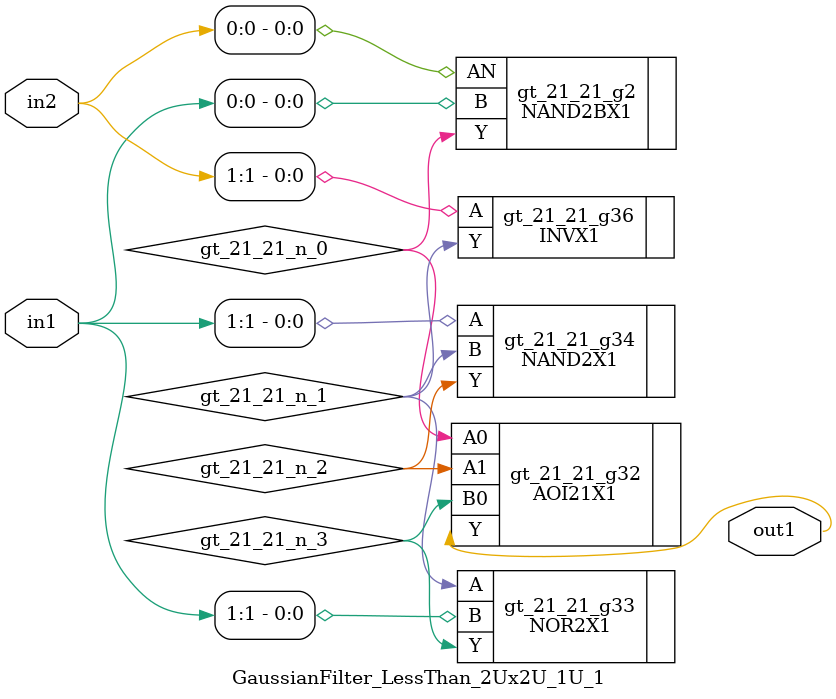
<source format=v>
`timescale 1ps / 1ps


module GaussianFilter_LessThan_2Ux2U_1U_1(in2, in1, out1);
  input [1:0] in2, in1;
  output out1;
  wire [1:0] in2, in1;
  wire out1;
  wire gt_21_21_n_0, gt_21_21_n_1, gt_21_21_n_2, gt_21_21_n_3;
  AOI21X1 gt_21_21_g32(.A0 (gt_21_21_n_0), .A1 (gt_21_21_n_2), .B0
       (gt_21_21_n_3), .Y (out1));
  NOR2X1 gt_21_21_g33(.A (gt_21_21_n_1), .B (in1[1]), .Y
       (gt_21_21_n_3));
  NAND2X1 gt_21_21_g34(.A (in1[1]), .B (gt_21_21_n_1), .Y
       (gt_21_21_n_2));
  INVX1 gt_21_21_g36(.A (in2[1]), .Y (gt_21_21_n_1));
  NAND2BX1 gt_21_21_g2(.AN (in2[0]), .B (in1[0]), .Y (gt_21_21_n_0));
endmodule



</source>
